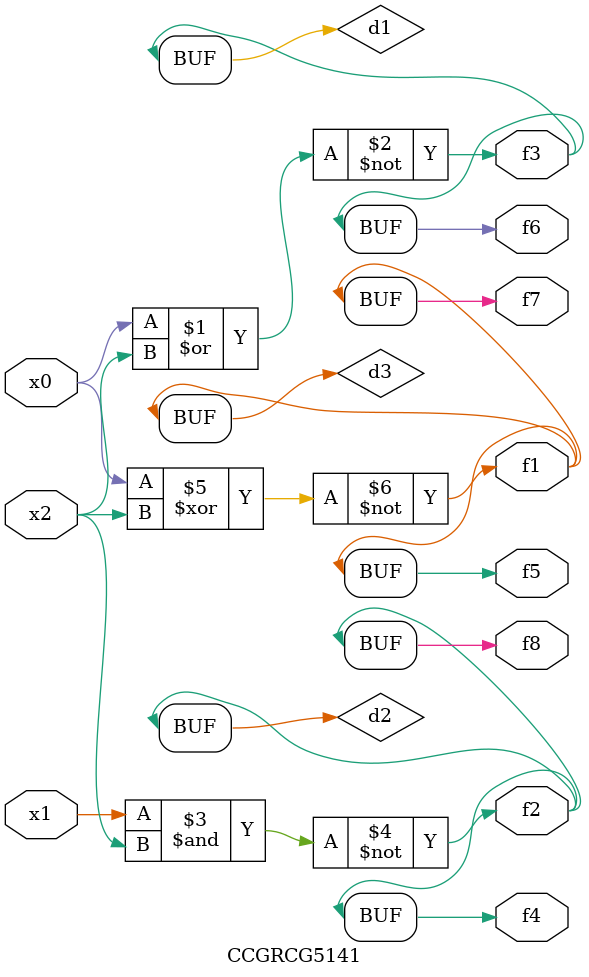
<source format=v>
module CCGRCG5141(
	input x0, x1, x2,
	output f1, f2, f3, f4, f5, f6, f7, f8
);

	wire d1, d2, d3;

	nor (d1, x0, x2);
	nand (d2, x1, x2);
	xnor (d3, x0, x2);
	assign f1 = d3;
	assign f2 = d2;
	assign f3 = d1;
	assign f4 = d2;
	assign f5 = d3;
	assign f6 = d1;
	assign f7 = d3;
	assign f8 = d2;
endmodule

</source>
